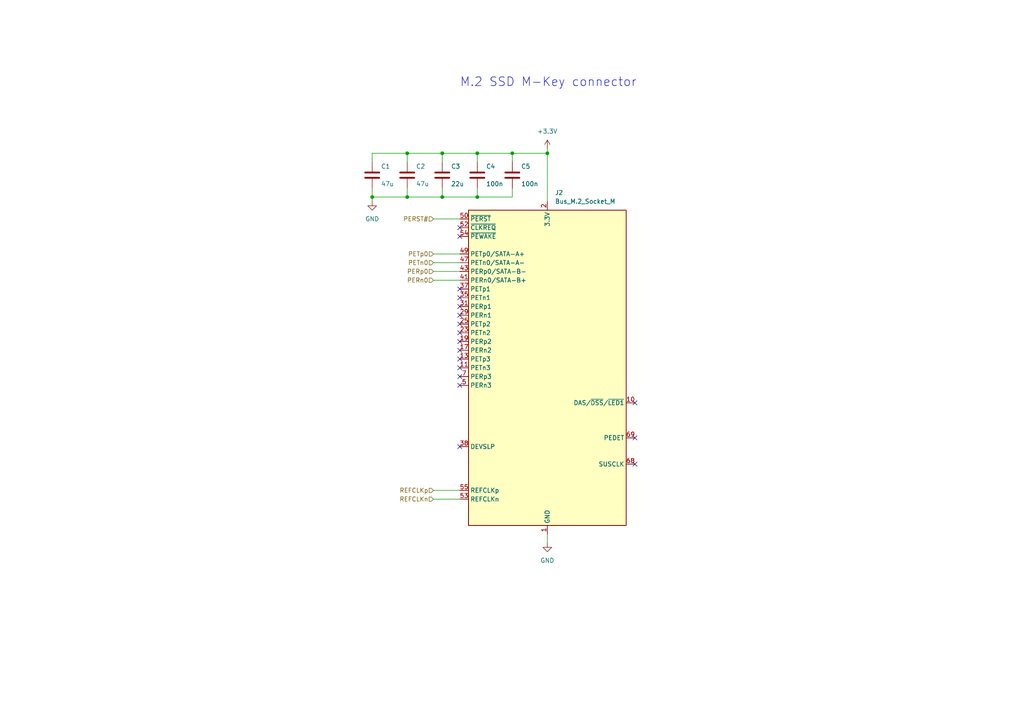
<source format=kicad_sch>
(kicad_sch (version 20230121) (generator eeschema)
  (paper "A4")
  (title_block (title "F3 Backplane NVMe SSD") (rev "1.0"))
  (lib_symbols
    (symbol "Connector:Bus_M.2_Socket_M"
      (property "Reference" "J" (at -22.86 46.99 0))
      (property "Value" "Bus_M.2_Socket_M" (at 16.51 46.99 0))
      (symbol "Bus_M.2_Socket_M_0_1"
        (rectangle (start -22.86 45.72) (end 22.86 -45.72) (stroke (width 0.254)) (fill (type background)))
      )
      (symbol "Bus_M.2_Socket_M_1_1"
        (pin power_in line (at 0 -48.26 90) (length 2.54) (name "GND") (number "1"))
        (pin bidirectional line (at 25.4 -10.16 180) (length 2.54) (name "DAS/~{DSS}/~{LED1}") (number "10"))
        (pin output line (at -25.4 0 0) (length 2.54) (name "PETn3") (number "11"))
        (pin passive line (at 0 48.26 270) (length 2.54) hide (name "3.3V") (number "12"))
        (pin output line (at -25.4 2.54 0) (length 2.54) (name "PETp3") (number "13"))
        (pin passive line (at 0 48.26 270) (length 2.54) hide (name "3.3V") (number "14"))
        (pin passive line (at 0 -48.26 90) (length 2.54) hide (name "GND") (number "15"))
        (pin passive line (at 0 48.26 270) (length 2.54) hide (name "3.3V") (number "16"))
        (pin input line (at -25.4 5.08 0) (length 2.54) (name "PERn2") (number "17"))
        (pin passive line (at 0 48.26 270) (length 2.54) hide (name "3.3V") (number "18"))
        (pin input line (at -25.4 7.62 0) (length 2.54) (name "PERp2") (number "19"))
        (pin power_in line (at 0 48.26 270) (length 2.54) (name "3.3V") (number "2"))
        (pin no_connect line (at 22.86 2.54 180) (length 2.54) hide (name "NC") (number "20"))
        (pin passive line (at 0 -48.26 90) (length 2.54) hide (name "GND") (number "21"))
        (pin no_connect line (at 22.86 5.08 180) (length 2.54) hide (name "NC") (number "22"))
        (pin output line (at -25.4 10.16 0) (length 2.54) (name "PETn2") (number "23"))
        (pin no_connect line (at 22.86 7.62 180) (length 2.54) hide (name "NC") (number "24"))
        (pin output line (at -25.4 12.7 0) (length 2.54) (name "PETp2") (number "25"))
        (pin no_connect line (at 22.86 10.16 180) (length 2.54) hide (name "NC") (number "26"))
        (pin passive line (at 0 -48.26 90) (length 2.54) hide (name "GND") (number "27"))
        (pin no_connect line (at 22.86 12.7 180) (length 2.54) hide (name "NC") (number "28"))
        (pin input line (at -25.4 15.24 0) (length 2.54) (name "PERn1") (number "29"))
        (pin passive line (at 0 -48.26 90) (length 2.54) hide (name "GND") (number "3"))
        (pin no_connect line (at 22.86 15.24 180) (length 2.54) hide (name "NC") (number "30"))
        (pin input line (at -25.4 17.78 0) (length 2.54) (name "PERp1") (number "31"))
        (pin no_connect line (at 22.86 17.78 180) (length 2.54) hide (name "NC") (number "32"))
        (pin passive line (at 0 -48.26 90) (length 2.54) hide (name "GND") (number "33"))
        (pin no_connect line (at 22.86 20.32 180) (length 2.54) hide (name "NC") (number "34"))
        (pin output line (at -25.4 20.32 0) (length 2.54) (name "PETn1") (number "35"))
        (pin no_connect line (at 22.86 22.86 180) (length 2.54) hide (name "NC") (number "36"))
        (pin output line (at -25.4 22.86 0) (length 2.54) (name "PETp1") (number "37"))
        (pin output line (at -25.4 -22.86 0) (length 2.54) (name "DEVSLP") (number "38"))
        (pin passive line (at 0 -48.26 90) (length 2.54) hide (name "GND") (number "39"))
        (pin passive line (at 0 48.26 270) (length 2.54) hide (name "3.3V") (number "4"))
        (pin no_connect line (at 22.86 25.4 180) (length 2.54) hide (name "NC") (number "40"))
        (pin input line (at -25.4 25.4 0) (length 2.54) (name "PERn0/SATA-B+") (number "41"))
        (pin no_connect line (at 22.86 27.94 180) (length 2.54) hide (name "NC") (number "42"))
        (pin input line (at -25.4 27.94 0) (length 2.54) (name "PERp0/SATA-B-") (number "43"))
        (pin no_connect line (at 22.86 30.48 180) (length 2.54) hide (name "NC") (number "44"))
        (pin passive line (at 0 -48.26 90) (length 2.54) hide (name "GND") (number "45"))
        (pin no_connect line (at 22.86 33.02 180) (length 2.54) hide (name "NC") (number "46"))
        (pin output line (at -25.4 30.48 0) (length 2.54) (name "PETn0/SATA-A-") (number "47"))
        (pin no_connect line (at 22.86 35.56 180) (length 2.54) hide (name "NC") (number "48"))
        (pin output line (at -25.4 33.02 0) (length 2.54) (name "PETp0/SATA-A+") (number "49"))
        (pin input line (at -25.4 -5.08 0) (length 2.54) (name "PERn3") (number "5"))
        (pin output line (at -25.4 43.18 0) (length 2.54) (name "~{PERST}") (number "50"))
        (pin passive line (at 0 -48.26 90) (length 2.54) hide (name "GND") (number "51"))
        (pin bidirectional line (at -25.4 40.64 0) (length 2.54) (name "~{CLKREQ}") (number "52"))
        (pin output line (at -25.4 -38.1 0) (length 2.54) (name "REFCLKn") (number "53"))
        (pin bidirectional line (at -25.4 38.1 0) (length 2.54) (name "~{PEWAKE}") (number "54"))
        (pin output line (at -25.4 -35.56 0) (length 2.54) (name "REFCLKp") (number "55"))
        (pin no_connect line (at 22.86 38.1 180) (length 2.54) hide (name "NC") (number "56"))
        (pin passive line (at 0 -48.26 90) (length 2.54) hide (name "GND") (number "57"))
        (pin no_connect line (at 22.86 40.64 180) (length 2.54) hide (name "NC") (number "58"))
        (pin no_connect line (at 22.86 -2.54 180) (length 2.54) hide (name "NC") (number "6"))
        (pin no_connect line (at 22.86 -5.08 180) (length 2.54) hide (name "NC") (number "67"))
        (pin output line (at 25.4 -27.94 180) (length 2.54) (name "SUSCLK") (number "68"))
        (pin passive line (at 25.4 -20.32 180) (length 2.54) (name "PEDET") (number "69"))
        (pin input line (at -25.4 -2.54 0) (length 2.54) (name "PERp3") (number "7"))
        (pin passive line (at 0 48.26 270) (length 2.54) hide (name "3.3V") (number "70"))
        (pin passive line (at 0 -48.26 90) (length 2.54) hide (name "GND") (number "71"))
        (pin passive line (at 0 48.26 270) (length 2.54) hide (name "3.3V") (number "72"))
        (pin passive line (at 0 -48.26 90) (length 2.54) hide (name "GND") (number "73"))
        (pin passive line (at 0 48.26 270) (length 2.54) hide (name "3.3V") (number "74"))
        (pin passive line (at 0 -48.26 90) (length 2.54) hide (name "GND") (number "75"))
        (pin no_connect line (at 22.86 0 180) (length 2.54) hide (name "NC") (number "8"))
        (pin passive line (at 0 -48.26 90) (length 2.54) hide (name "GND") (number "9"))
      )
    )
    (symbol "Device:C" (pin_numbers hide) (pin_names (offset 0.254))
      (property "Reference" "C" (at 0.635 2.54 0))
      (property "Value" "C" (at 0.635 -2.54 0))
      (symbol "C_0_1"
        (polyline (pts (xy -2.032 -0.762) (xy 2.032 -0.762)) (stroke (width 0.508)))
        (polyline (pts (xy -2.032 0.762) (xy 2.032 0.762)) (stroke (width 0.508)))
      )
      (symbol "C_1_1"
        (pin passive line (at 0 3.81 270) (length 2.794) (name "~") (number "1"))
        (pin passive line (at 0 -3.81 90) (length 2.794) (name "~") (number "2"))
      )
    )
    (symbol "power:+3.3V" (power) (pin_names (offset 0))
      (property "Value" "+3.3V" (at 0 3.556 0))
      (symbol "+3.3V_0_1"
        (polyline (pts (xy -0.762 1.27) (xy 0 2.54)))
        (polyline (pts (xy 0 0) (xy 0 2.54)))
        (polyline (pts (xy 0 2.54) (xy 0.762 1.27)))
      )
      (symbol "+3.3V_1_1"
        (pin power_in line (at 0 0 90) (length 0) hide (name "+3.3V") (number "1"))
      )
    )
    (symbol "power:GND" (power) (pin_names (offset 0))
      (property "Value" "GND" (at 0 -3.81 0))
      (symbol "GND_0_1"
        (polyline (pts (xy 0 0) (xy 0 -1.27) (xy 1.27 -1.27) (xy 0 -2.54) (xy -1.27 -1.27) (xy 0 -1.27)))
      )
      (symbol "GND_1_1"
        (pin power_in line (at 0 0 270) (length 0) hide (name "GND") (number "1"))
      )
    )
  )
  (junction (at 148.59 44.45))
  (junction (at 118.11 57.15))
  (junction (at 138.43 44.45))
  (junction (at 158.75 44.45))
  (junction (at 128.27 44.45))
  (junction (at 128.27 57.15))
  (junction (at 138.43 57.15))
  (junction (at 118.11 44.45))
  (junction (at 107.95 57.15))
  (no_connect (at 133.35 66.04))
  (no_connect (at 133.35 83.82))
  (no_connect (at 133.35 86.36))
  (no_connect (at 133.35 68.58))
  (no_connect (at 133.35 96.52))
  (no_connect (at 133.35 91.44))
  (no_connect (at 133.35 106.68))
  (no_connect (at 184.15 134.62))
  (no_connect (at 133.35 93.98))
  (no_connect (at 133.35 104.14))
  (no_connect (at 133.35 88.9))
  (no_connect (at 133.35 111.76))
  (no_connect (at 133.35 129.54))
  (no_connect (at 133.35 101.6))
  (no_connect (at 184.15 116.84))
  (no_connect (at 133.35 99.06))
  (no_connect (at 133.35 109.22))
  (no_connect (at 184.15 127))
  (wire (pts (xy 125.73 63.5) (xy 133.35 63.5)))
  (wire (pts (xy 138.43 54.61) (xy 138.43 57.15)))
  (wire (pts (xy 125.73 76.2) (xy 133.35 76.2)))
  (wire (pts (xy 138.43 44.45) (xy 138.43 46.99)))
  (wire (pts (xy 128.27 44.45) (xy 138.43 44.45)))
  (wire (pts (xy 118.11 44.45) (xy 128.27 44.45)))
  (wire (pts (xy 128.27 44.45) (xy 128.27 46.99)))
  (wire (pts (xy 125.73 78.74) (xy 133.35 78.74)))
  (wire (pts (xy 125.73 81.28) (xy 133.35 81.28)))
  (wire (pts (xy 148.59 44.45) (xy 158.75 44.45)))
  (wire (pts (xy 128.27 57.15) (xy 118.11 57.15)))
  (wire (pts (xy 125.73 144.78) (xy 133.35 144.78)))
  (wire (pts (xy 118.11 57.15) (xy 107.95 57.15)))
  (wire (pts (xy 107.95 44.45) (xy 118.11 44.45)))
  (wire (pts (xy 158.75 154.94) (xy 158.75 157.48)))
  (wire (pts (xy 107.95 54.61) (xy 107.95 57.15)))
  (wire (pts (xy 158.75 43.18) (xy 158.75 44.45)))
  (wire (pts (xy 125.73 73.66) (xy 133.35 73.66)))
  (wire (pts (xy 107.95 46.99) (xy 107.95 44.45)))
  (wire (pts (xy 125.73 142.24) (xy 133.35 142.24)))
  (wire (pts (xy 107.95 57.15) (xy 107.95 58.42)))
  (wire (pts (xy 138.43 44.45) (xy 148.59 44.45)))
  (wire (pts (xy 148.59 57.15) (xy 138.43 57.15)))
  (wire (pts (xy 148.59 44.45) (xy 148.59 46.99)))
  (wire (pts (xy 118.11 54.61) (xy 118.11 57.15)))
  (wire (pts (xy 148.59 54.61) (xy 148.59 57.15)))
  (wire (pts (xy 138.43 57.15) (xy 128.27 57.15)))
  (wire (pts (xy 118.11 44.45) (xy 118.11 46.99)))
  (wire (pts (xy 158.75 44.45) (xy 158.75 58.42)))
  (wire (pts (xy 128.27 54.61) (xy 128.27 57.15)))
  (text "M.2 SSD M-Key connector" (at 133.35 25.4 0) (effects (font (size 2.54 2.54)) (justify left bottom)))
  (hierarchical_label "REFCLKp" (shape input) (at 125.73 142.24 180))
  (hierarchical_label "PERn0" (shape input) (at 125.73 81.28 180))
  (hierarchical_label "PETn0" (shape input) (at 125.73 76.2 180))
  (hierarchical_label "PETp0" (shape input) (at 125.73 73.66 180))
  (hierarchical_label "PERST#" (shape input) (at 125.73 63.5 180))
  (hierarchical_label "REFCLKn" (shape input) (at 125.73 144.78 180))
  (hierarchical_label "PERp0" (shape input) (at 125.73 78.74 180))
  (symbol (lib_id "Device:C") (at 118.11 50.8 0) (unit 1)
    (property "Reference" "C2" (at 120.65 48.26 0) (effects (justify left)))
    (property "Value" "47u" (at 120.65 53.34 0) (effects (justify left)))
    (property "Footprint" "Capacitor_SMD:C_0805_2012Metric" (effects hide))
  )
  (symbol (lib_id "Device:C") (at 148.59 50.8 0) (unit 1)
    (property "Reference" "C5" (at 151.13 48.26 0) (effects (justify left)))
    (property "Value" "100n" (at 151.13 53.34 0) (effects (justify left)))
    (property "Footprint" "Capacitor_SMD:C_0603_1608Metric" (effects hide))
  )
  (symbol (lib_id "Device:C") (at 128.27 50.8 0) (unit 1)
    (property "Reference" "C3" (at 130.81 48.26 0) (effects (justify left)))
    (property "Value" "22u" (at 130.81 53.34 0) (effects (justify left)))
    (property "Footprint" "Capacitor_SMD:C_0805_2012Metric" (effects hide))
  )
  (symbol (lib_id "power:+3.3V") (at 158.75 43.18 0) (unit 1)
    (property "Reference" "#PWR05" (effects hide))
    (property "Value" "+3.3V" (at 158.75 38.1 0))
  )
  (symbol (lib_id "power:GND") (at 158.75 157.48 0) (unit 1)
    (property "Reference" "#PWR08" (effects hide))
    (property "Value" "GND" (at 158.75 162.56 0))
  )
  (symbol (lib_id "Connector:Bus_M.2_Socket_M") (at 158.75 106.68 0) (unit 1)
    (property "Reference" "J2" (at 160.9441 55.88 0) (effects (justify left)))
    (property "Value" "Bus_M.2_Socket_M" (at 160.9441 58.42 0) (effects (justify left)))
    (property "Footprint" "Connector_Backplane:Amphenol_MDT420M01001" (effects hide))
    (property "Datasheet" "https://cdn.amphenol-cs.com/media/wysiwyg/files/drawing/mdtxxxxxx001.pdf" (effects hide))
    (property "Digikey Part No." "MDT420M01001CT-ND" (effects hide))
  )
  (symbol (lib_id "Device:C") (at 138.43 50.8 0) (unit 1)
    (property "Reference" "C4" (at 140.97 48.26 0) (effects (justify left)))
    (property "Value" "100n" (at 140.97 53.34 0) (effects (justify left)))
    (property "Footprint" "Capacitor_SMD:C_0603_1608Metric" (effects hide))
  )
  (symbol (lib_id "Device:C") (at 107.95 50.8 0) (unit 1)
    (property "Reference" "C1" (at 110.49 48.26 0) (effects (justify left)))
    (property "Value" "47u" (at 110.49 53.34 0) (effects (justify left)))
    (property "Footprint" "Capacitor_SMD:C_0805_2012Metric" (effects hide))
  )
  (symbol (lib_id "power:GND") (at 107.95 58.42 0) (unit 1)
    (property "Reference" "#PWR07" (effects hide))
    (property "Value" "GND" (at 107.95 63.5 0))
  )
)
</source>
